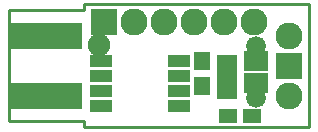
<source format=gts>
G04 #@! TF.FileFunction,Soldermask,Top*
%FSLAX46Y46*%
G04 Gerber Fmt 4.6, Leading zero omitted, Abs format (unit mm)*
G04 Created by KiCad (PCBNEW 0.201511011201+6288~30~ubuntu15.10.1-product) date Wed Nov  4 22:56:01 2015*
%MOMM*%
G01*
G04 APERTURE LIST*
%ADD10C,0.150000*%
%ADD11C,0.254000*%
%ADD12R,1.397000X1.524000*%
%ADD13R,1.651000X1.905000*%
%ADD14C,2.286000*%
%ADD15R,2.286000X2.286000*%
%ADD16R,1.524000X1.270000*%
%ADD17R,1.905000X1.016000*%
%ADD18C,1.905000*%
%ADD19R,2.006600X1.808480*%
%ADD20C,1.676400*%
%ADD21R,6.350000X2.286000*%
G04 APERTURE END LIST*
D10*
D11*
X31750000Y-25908000D02*
X31750000Y-25400000D01*
X25400000Y-25908000D02*
X31750000Y-25908000D01*
X31750000Y-35306000D02*
X31750000Y-35814000D01*
X25400000Y-35306000D02*
X31750000Y-35306000D01*
X25400000Y-35306000D02*
X25400000Y-25908000D01*
X50800000Y-35814000D02*
X31750000Y-35814000D01*
X50800000Y-25400000D02*
X50800000Y-35814000D01*
X31750000Y-25400000D02*
X50800000Y-25400000D01*
D12*
X41719500Y-30162500D03*
X41719500Y-32321500D03*
D13*
X43815000Y-30607000D03*
X43815000Y-32512000D03*
D14*
X49085500Y-33147000D03*
D15*
X33464500Y-26924000D03*
D14*
X36004500Y-26924000D03*
X38544500Y-26924000D03*
X41084500Y-26924000D03*
X43624500Y-26924000D03*
X46164500Y-26924000D03*
D15*
X49085500Y-30607000D03*
D14*
X49085500Y-28067000D03*
D16*
X45974000Y-34861500D03*
X43942000Y-34861500D03*
D17*
X39751000Y-30162500D03*
X39751000Y-31432500D03*
X39751000Y-32702500D03*
X39751000Y-33972500D03*
X33147000Y-33972500D03*
X33147000Y-32702500D03*
X33147000Y-31432500D03*
X33147000Y-30162500D03*
D18*
X33020000Y-28829000D03*
D19*
X46291500Y-30162500D03*
X46291500Y-32067500D03*
D20*
X46291500Y-33337500D03*
X46291500Y-28892500D03*
D21*
X28448000Y-33147000D03*
X28448000Y-28067000D03*
M02*

</source>
